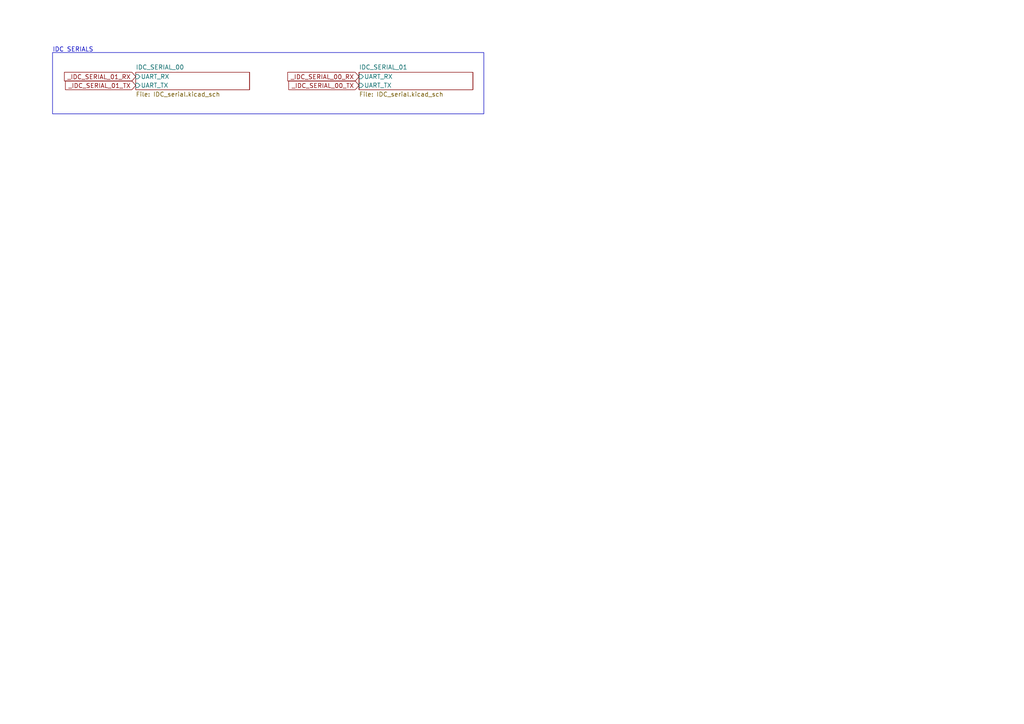
<source format=kicad_sch>
(kicad_sch
	(version 20231120)
	(generator "eeschema")
	(generator_version "8.0")
	(uuid "f5cab3dc-b639-4f0c-9afc-df7dfc51f3bb")
	(paper "A4")
	(lib_symbols)
	(rectangle
		(start 15.24 15.24)
		(end 140.335 33.02)
		(stroke
			(width 0)
			(type default)
		)
		(fill
			(type none)
		)
		(uuid 9f4a0796-5649-494b-8202-bece3df9a5f9)
	)
	(text "IDC SERIALS"
		(exclude_from_sim no)
		(at 15.24 15.24 0)
		(effects
			(font
				(size 1.27 1.27)
			)
			(justify left bottom)
		)
		(uuid "156e1934-2981-44af-863f-fe50be2edce0")
	)
	(global_label "_IDC_SERIAL_00_TX"
		(shape input)
		(at 104.14 24.765 180)
		(fields_autoplaced yes)
		(effects
			(font
				(size 1.27 1.27)
			)
			(justify right)
		)
		(uuid "01b58a47-8a8b-4d45-8fa9-5fa239ba094d")
		(property "Intersheetrefs" "${INTERSHEET_REFS}"
			(at 83.2729 24.765 0)
			(effects
				(font
					(size 1.27 1.27)
				)
				(justify right)
				(hide yes)
			)
		)
	)
	(global_label "_IDC_SERIAL_01_TX"
		(shape input)
		(at 39.37 24.765 180)
		(fields_autoplaced yes)
		(effects
			(font
				(size 1.27 1.27)
			)
			(justify right)
		)
		(uuid "0332b320-61ac-4ef4-a22a-37808029f331")
		(property "Intersheetrefs" "${INTERSHEET_REFS}"
			(at 18.5029 24.765 0)
			(effects
				(font
					(size 1.27 1.27)
				)
				(justify right)
				(hide yes)
			)
		)
	)
	(global_label "_IDC_SERIAL_00_RX"
		(shape input)
		(at 104.14 22.225 180)
		(fields_autoplaced yes)
		(effects
			(font
				(size 1.27 1.27)
			)
			(justify right)
		)
		(uuid "2afe133b-d379-4eae-801e-cfe7830f8d77")
		(property "Intersheetrefs" "${INTERSHEET_REFS}"
			(at 82.9705 22.225 0)
			(effects
				(font
					(size 1.27 1.27)
				)
				(justify right)
				(hide yes)
			)
		)
	)
	(global_label "_IDC_SERIAL_01_RX"
		(shape input)
		(at 39.37 22.225 180)
		(fields_autoplaced yes)
		(effects
			(font
				(size 1.27 1.27)
			)
			(justify right)
		)
		(uuid "aae7e0ef-fb62-4d95-abef-4a1da7a5edb1")
		(property "Intersheetrefs" "${INTERSHEET_REFS}"
			(at 18.2005 22.225 0)
			(effects
				(font
					(size 1.27 1.27)
				)
				(justify right)
				(hide yes)
			)
		)
	)
	(sheet
		(at 39.37 20.955)
		(size 33.02 5.08)
		(fields_autoplaced yes)
		(stroke
			(width 0.1524)
			(type solid)
		)
		(fill
			(color 0 0 0 0.0000)
		)
		(uuid "8f837d10-8dfd-4ab5-9b60-26a38e53480d")
		(property "Sheetname" "IDC_SERIAL_00"
			(at 39.37 20.2434 0)
			(effects
				(font
					(size 1.27 1.27)
				)
				(justify left bottom)
			)
		)
		(property "Sheetfile" "IDC_serial.kicad_sch"
			(at 39.37 26.6196 0)
			(effects
				(font
					(size 1.27 1.27)
				)
				(justify left top)
			)
		)
		(pin "UART_RX" input
			(at 39.37 22.225 180)
			(effects
				(font
					(size 1.27 1.27)
				)
				(justify left)
			)
			(uuid "dd34c934-ab94-45a2-9936-f9c43157ef66")
		)
		(pin "UART_TX" input
			(at 39.37 24.765 180)
			(effects
				(font
					(size 1.27 1.27)
				)
				(justify left)
			)
			(uuid "1d474ab9-2067-4c86-aa17-1fe83200552e")
		)
		(instances
			(project "KLST_CATERPILLAR"
				(path "/b4513875-4c57-4720-bcc5-43ead67fe18f/8093d0e6-fdc1-46b4-b622-445b9f3a15e0"
					(page "11")
				)
			)
		)
	)
	(sheet
		(at 104.14 20.955)
		(size 33.02 5.08)
		(fields_autoplaced yes)
		(stroke
			(width 0.1524)
			(type solid)
		)
		(fill
			(color 0 0 0 0.0000)
		)
		(uuid "91fd47dd-a581-4f6b-aa29-abb0b8099e11")
		(property "Sheetname" "IDC_SERIAL_01"
			(at 104.14 20.2434 0)
			(effects
				(font
					(size 1.27 1.27)
				)
				(justify left bottom)
			)
		)
		(property "Sheetfile" "IDC_serial.kicad_sch"
			(at 104.14 26.6196 0)
			(effects
				(font
					(size 1.27 1.27)
				)
				(justify left top)
			)
		)
		(pin "UART_RX" input
			(at 104.14 22.225 180)
			(effects
				(font
					(size 1.27 1.27)
				)
				(justify left)
			)
			(uuid "96e85b61-45b8-45d3-ba0f-e1960f6231c7")
		)
		(pin "UART_TX" input
			(at 104.14 24.765 180)
			(effects
				(font
					(size 1.27 1.27)
				)
				(justify left)
			)
			(uuid "101445c4-0a2e-44d7-9d9f-7281faaa2318")
		)
		(instances
			(project "KLST_CATERPILLAR"
				(path "/b4513875-4c57-4720-bcc5-43ead67fe18f/8093d0e6-fdc1-46b4-b622-445b9f3a15e0"
					(page "12")
				)
			)
		)
	)
)
</source>
